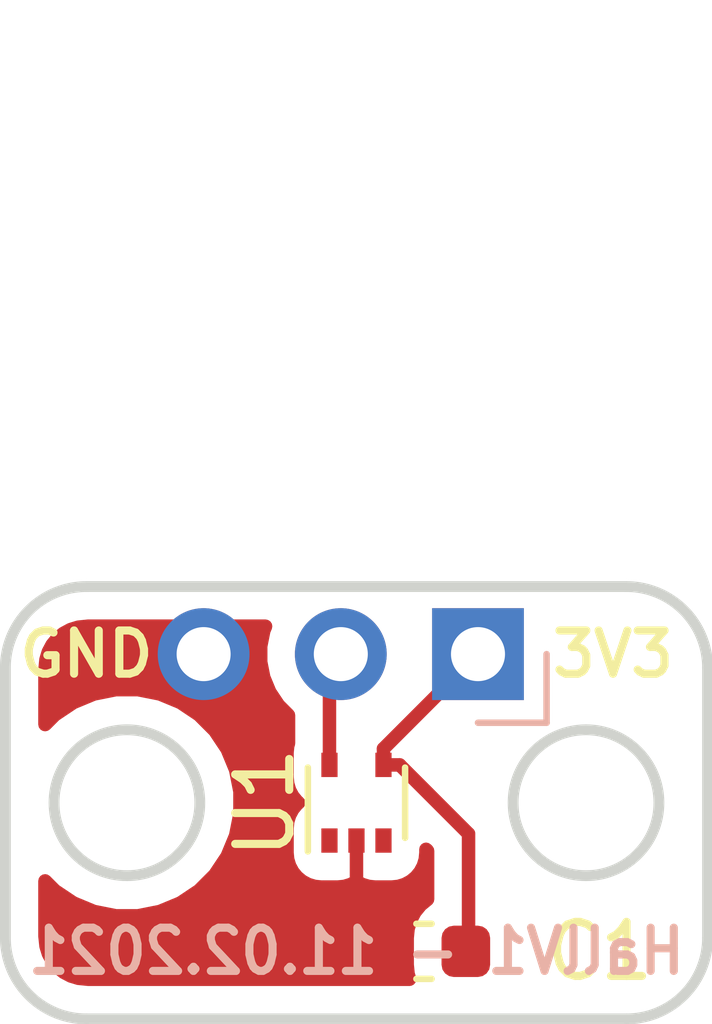
<source format=kicad_pcb>
(kicad_pcb (version 20171130) (host pcbnew "(5.1.8)-1")

  (general
    (thickness 1)
    (drawings 13)
    (tracks 8)
    (zones 0)
    (modules 3)
    (nets 4)
  )

  (page A4)
  (layers
    (0 F.Cu signal)
    (31 B.Cu signal)
    (32 B.Adhes user)
    (33 F.Adhes user)
    (34 B.Paste user)
    (35 F.Paste user)
    (36 B.SilkS user)
    (37 F.SilkS user)
    (38 B.Mask user)
    (39 F.Mask user)
    (40 Dwgs.User user)
    (41 Cmts.User user)
    (42 Eco1.User user)
    (43 Eco2.User user)
    (44 Edge.Cuts user)
    (45 Margin user)
    (46 B.CrtYd user)
    (47 F.CrtYd user)
    (48 B.Fab user)
    (49 F.Fab user)
  )

  (setup
    (last_trace_width 0.25)
    (trace_clearance 0.2)
    (zone_clearance 0.508)
    (zone_45_only no)
    (trace_min 0.2)
    (via_size 0.8)
    (via_drill 0.4)
    (via_min_size 0.4)
    (via_min_drill 0.3)
    (uvia_size 0.3)
    (uvia_drill 0.1)
    (uvias_allowed no)
    (uvia_min_size 0.2)
    (uvia_min_drill 0.1)
    (edge_width 0.05)
    (segment_width 0.2)
    (pcb_text_width 0.3)
    (pcb_text_size 1.5 1.5)
    (mod_edge_width 0.12)
    (mod_text_size 1 1)
    (mod_text_width 0.15)
    (pad_size 1.524 1.524)
    (pad_drill 0.762)
    (pad_to_mask_clearance 0)
    (aux_axis_origin 0 0)
    (grid_origin 97.75 104)
    (visible_elements FFFFFF7F)
    (pcbplotparams
      (layerselection 0x010fc_ffffffff)
      (usegerberextensions false)
      (usegerberattributes true)
      (usegerberadvancedattributes true)
      (creategerberjobfile true)
      (excludeedgelayer true)
      (linewidth 0.100000)
      (plotframeref false)
      (viasonmask false)
      (mode 1)
      (useauxorigin false)
      (hpglpennumber 1)
      (hpglpenspeed 20)
      (hpglpendiameter 15.000000)
      (psnegative false)
      (psa4output false)
      (plotreference true)
      (plotvalue true)
      (plotinvisibletext false)
      (padsonsilk false)
      (subtractmaskfromsilk false)
      (outputformat 1)
      (mirror false)
      (drillshape 0)
      (scaleselection 1)
      (outputdirectory "fab/"))
  )

  (net 0 "")
  (net 1 GND)
  (net 2 +3V3)
  (net 3 "Net-(J1-Pad2)")

  (net_class Default "This is the default net class."
    (clearance 0.2)
    (trace_width 0.25)
    (via_dia 0.8)
    (via_drill 0.4)
    (uvia_dia 0.3)
    (uvia_drill 0.1)
    (add_net +3V3)
    (add_net GND)
    (add_net "Net-(J1-Pad2)")
  )

  (module Capacitor_SMD:C_0603_1608Metric (layer F.Cu) (tedit 5F68FEEE) (tstamp 6024E8AE)
    (at 105.5 102.75 180)
    (descr "Capacitor SMD 0603 (1608 Metric), square (rectangular) end terminal, IPC_7351 nominal, (Body size source: IPC-SM-782 page 76, https://www.pcb-3d.com/wordpress/wp-content/uploads/ipc-sm-782a_amendment_1_and_2.pdf), generated with kicad-footprint-generator")
    (tags capacitor)
    (path /60250818)
    (attr smd)
    (fp_text reference C1 (at -3.25 0) (layer F.SilkS)
      (effects (font (size 1 1) (thickness 0.15)))
    )
    (fp_text value C (at 0 1.43) (layer F.Fab)
      (effects (font (size 1 1) (thickness 0.15)))
    )
    (fp_text user %R (at 0 0) (layer F.Fab)
      (effects (font (size 0.4 0.4) (thickness 0.06)))
    )
    (fp_line (start -0.8 0.4) (end -0.8 -0.4) (layer F.Fab) (width 0.1))
    (fp_line (start -0.8 -0.4) (end 0.8 -0.4) (layer F.Fab) (width 0.1))
    (fp_line (start 0.8 -0.4) (end 0.8 0.4) (layer F.Fab) (width 0.1))
    (fp_line (start 0.8 0.4) (end -0.8 0.4) (layer F.Fab) (width 0.1))
    (fp_line (start -0.14058 -0.51) (end 0.14058 -0.51) (layer F.SilkS) (width 0.12))
    (fp_line (start -0.14058 0.51) (end 0.14058 0.51) (layer F.SilkS) (width 0.12))
    (fp_line (start -1.48 0.73) (end -1.48 -0.73) (layer F.CrtYd) (width 0.05))
    (fp_line (start -1.48 -0.73) (end 1.48 -0.73) (layer F.CrtYd) (width 0.05))
    (fp_line (start 1.48 -0.73) (end 1.48 0.73) (layer F.CrtYd) (width 0.05))
    (fp_line (start 1.48 0.73) (end -1.48 0.73) (layer F.CrtYd) (width 0.05))
    (pad 2 smd roundrect (at 0.775 0 180) (size 0.9 0.95) (layers F.Cu F.Paste F.Mask) (roundrect_rratio 0.25)
      (net 1 GND))
    (pad 1 smd roundrect (at -0.775 0 180) (size 0.9 0.95) (layers F.Cu F.Paste F.Mask) (roundrect_rratio 0.25)
      (net 2 +3V3))
    (model ${KISYS3DMOD}/Capacitor_SMD.3dshapes/C_0603_1608Metric.wrl
      (at (xyz 0 0 0))
      (scale (xyz 1 1 1))
      (rotate (xyz 0 0 0))
    )
  )

  (module Connector_PinHeader_2.54mm:PinHeader_1x03_P2.54mm_Horizontal (layer B.Cu) (tedit 6024EA48) (tstamp 6024F459)
    (at 106.5 97.25 90)
    (descr "Through hole angled pin header, 1x03, 2.54mm pitch, 6mm pin length, single row")
    (tags "Through hole angled pin header THT 1x03 2.54mm single row")
    (path /60251C87)
    (fp_text reference J1 (at 0 2.5 270) (layer B.SilkS) hide
      (effects (font (size 1 1) (thickness 0.15)) (justify mirror))
    )
    (fp_text value Conn_01x03_Female (at 4.385 -7.35 270) (layer B.Fab)
      (effects (font (size 1 1) (thickness 0.15)) (justify mirror))
    )
    (fp_line (start -1.27 0) (end -1.27 1.27) (layer B.SilkS) (width 0.12))
    (fp_line (start -1.27 1.27) (end 0 1.27) (layer B.SilkS) (width 0.12))
    (pad 3 thru_hole oval (at 0 -5.08 90) (size 1.7 1.7) (drill 1) (layers *.Cu *.Mask)
      (net 1 GND))
    (pad 2 thru_hole oval (at 0 -2.54 90) (size 1.7 1.7) (drill 1) (layers *.Cu *.Mask)
      (net 3 "Net-(J1-Pad2)"))
    (pad 1 thru_hole rect (at 0 0 90) (size 1.7 1.7) (drill 1) (layers *.Cu *.Mask)
      (net 2 +3V3))
  )

  (module Package_TO_SOT_SMD:SOT-553 (layer F.Cu) (tedit 5A02FF57) (tstamp 6024E8DD)
    (at 104.25 100 90)
    (descr SOT553)
    (tags SOT-553)
    (path /6024E773)
    (attr smd)
    (fp_text reference U1 (at 0 -1.7 90) (layer F.SilkS)
      (effects (font (size 1 1) (thickness 0.15)))
    )
    (fp_text value AH1806-Z (at 0 1.75 90) (layer F.Fab)
      (effects (font (size 1 1) (thickness 0.15)))
    )
    (fp_text user %R (at 0 0 270) (layer F.Fab)
      (effects (font (size 0.4 0.4) (thickness 0.0625)))
    )
    (fp_line (start -0.65 -0.5) (end -0.3 -0.85) (layer F.Fab) (width 0.1))
    (fp_line (start 0.65 0.9) (end -0.65 0.9) (layer F.SilkS) (width 0.12))
    (fp_line (start -0.9 -0.9) (end 0.65 -0.9) (layer F.SilkS) (width 0.12))
    (fp_line (start -0.65 -0.5) (end -0.65 0.85) (layer F.Fab) (width 0.1))
    (fp_line (start -0.65 0.85) (end 0.65 0.85) (layer F.Fab) (width 0.1))
    (fp_line (start 0.65 0.85) (end 0.65 -0.85) (layer F.Fab) (width 0.1))
    (fp_line (start 0.65 -0.85) (end -0.3 -0.85) (layer F.Fab) (width 0.1))
    (fp_line (start -1.18 -1.1) (end 1.18 -1.1) (layer F.CrtYd) (width 0.05))
    (fp_line (start -1.18 -1.1) (end -1.18 1.1) (layer F.CrtYd) (width 0.05))
    (fp_line (start 1.18 1.1) (end 1.18 -1.1) (layer F.CrtYd) (width 0.05))
    (fp_line (start 1.18 1.1) (end -1.18 1.1) (layer F.CrtYd) (width 0.05))
    (pad 4 smd rect (at 0.7 0.5 90) (size 0.45 0.3) (layers F.Cu F.Paste F.Mask)
      (net 2 +3V3))
    (pad 2 smd rect (at -0.7 0 90) (size 0.45 0.3) (layers F.Cu F.Paste F.Mask)
      (net 1 GND))
    (pad 5 smd rect (at 0.7 -0.5 90) (size 0.45 0.3) (layers F.Cu F.Paste F.Mask)
      (net 3 "Net-(J1-Pad2)"))
    (pad 3 smd rect (at -0.7 0.5 90) (size 0.45 0.3) (layers F.Cu F.Paste F.Mask))
    (pad 1 smd rect (at -0.7 -0.5 90) (size 0.45 0.3) (layers F.Cu F.Paste F.Mask))
    (model ${KISYS3DMOD}/Package_TO_SOT_SMD.3dshapes/SOT-553.wrl
      (at (xyz 0 0 0))
      (scale (xyz 1 1 1))
      (rotate (xyz 0 0 0))
    )
  )

  (gr_text "HallV1 - 11.02.2021\n" (at 104.25 102.75) (layer B.SilkS) (tstamp 60254DB6)
    (effects (font (size 0.8 0.75) (thickness 0.15)) (justify mirror))
  )
  (gr_text "3V3\n" (at 109 97.25) (layer F.SilkS) (tstamp 60254DB6)
    (effects (font (size 0.8 0.8) (thickness 0.15)))
  )
  (gr_text GND (at 99.25 97.25) (layer F.SilkS)
    (effects (font (size 0.8 0.8) (thickness 0.15)))
  )
  (gr_arc (start 99.250001 102.499999) (end 97.75 102.499999) (angle -90) (layer Edge.Cuts) (width 0.2))
  (gr_arc (start 99.25 97.500001) (end 99.250001 96.000001) (angle -90) (layer Edge.Cuts) (width 0.2))
  (gr_line (start 99.250001 104) (end 109.249999 104) (layer Edge.Cuts) (width 0.2))
  (gr_line (start 97.75 97.500001) (end 97.75 102.499999) (layer Edge.Cuts) (width 0.2))
  (gr_line (start 109.249999 96.000001) (end 99.250001 96.000001) (layer Edge.Cuts) (width 0.2))
  (gr_arc (start 109.249999 102.5) (end 109.249999 104) (angle -90) (layer Edge.Cuts) (width 0.2))
  (gr_line (start 110.75 102.5) (end 110.75 97.500001) (layer Edge.Cuts) (width 0.2))
  (gr_circle (center 108.5 100) (end 109.85 100) (layer Edge.Cuts) (width 0.2))
  (gr_arc (start 109.249999 97.500001) (end 110.75 97.500001) (angle -90) (layer Edge.Cuts) (width 0.2))
  (gr_circle (center 100 100) (end 101.35 100) (layer Edge.Cuts) (width 0.2))

  (segment (start 104.25 100.7) (end 104.25 101.75) (width 0.25) (layer F.Cu) (net 1))
  (segment (start 104.75 99) (end 106.5 97.25) (width 0.25) (layer F.Cu) (net 2))
  (segment (start 104.75 99.3) (end 104.75 99) (width 0.25) (layer F.Cu) (net 2))
  (segment (start 104.75 99.3) (end 105.05 99.3) (width 0.25) (layer F.Cu) (net 2))
  (segment (start 106.325 100.575) (end 106.325 102.75) (width 0.25) (layer F.Cu) (net 2))
  (segment (start 105.05 99.3) (end 106.325 100.575) (width 0.25) (layer F.Cu) (net 2))
  (segment (start 103.75 97.46) (end 103.96 97.25) (width 0.25) (layer F.Cu) (net 3))
  (segment (start 103.75 99.3) (end 103.75 97.46) (width 0.25) (layer F.Cu) (net 3))

  (zone (net 1) (net_name GND) (layer F.Cu) (tstamp 60254FB9) (hatch edge 0.508)
    (connect_pads yes (clearance 0.508))
    (min_thickness 0.254)
    (fill yes (arc_segments 32) (thermal_gap 0.508) (thermal_bridge_width 0.508))
    (polygon
      (pts
        (xy 110.75 104) (xy 97.75 104) (xy 97.75 96) (xy 110.75 96)
      )
    )
    (filled_polygon
      (pts
        (xy 102.532068 96.816842) (xy 102.475 97.10374) (xy 102.475 97.39626) (xy 102.532068 97.683158) (xy 102.64401 97.953411)
        (xy 102.806525 98.196632) (xy 102.99 98.380107) (xy 102.99 98.898392) (xy 102.974188 98.950518) (xy 102.961928 99.075)
        (xy 102.961928 99.525) (xy 102.974188 99.649482) (xy 103.010498 99.76918) (xy 103.069463 99.879494) (xy 103.148815 99.976185)
        (xy 103.177834 100) (xy 103.148815 100.023815) (xy 103.069463 100.120506) (xy 103.010498 100.23082) (xy 102.974188 100.350518)
        (xy 102.961928 100.475) (xy 102.961928 100.925) (xy 102.974188 101.049482) (xy 103.010498 101.16918) (xy 103.069463 101.279494)
        (xy 103.148815 101.376185) (xy 103.245506 101.455537) (xy 103.35582 101.514502) (xy 103.475518 101.550812) (xy 103.6 101.563072)
        (xy 103.9 101.563072) (xy 104.024482 101.550812) (xy 104.14418 101.514502) (xy 104.25 101.457939) (xy 104.35582 101.514502)
        (xy 104.475518 101.550812) (xy 104.6 101.563072) (xy 104.9 101.563072) (xy 105.024482 101.550812) (xy 105.14418 101.514502)
        (xy 105.254494 101.455537) (xy 105.351185 101.376185) (xy 105.430537 101.279494) (xy 105.489502 101.16918) (xy 105.525812 101.049482)
        (xy 105.538072 100.925) (xy 105.538072 100.862874) (xy 105.565 100.889802) (xy 105.565001 101.786898) (xy 105.439716 101.889716)
        (xy 105.332382 102.020503) (xy 105.252625 102.169717) (xy 105.203512 102.331623) (xy 105.186928 102.5) (xy 105.186928 103)
        (xy 105.203512 103.168377) (xy 105.232822 103.265) (xy 99.285946 103.265) (xy 99.102099 103.246974) (xy 98.959824 103.204018)
        (xy 98.828606 103.134249) (xy 98.713439 103.040321) (xy 98.618708 102.92581) (xy 98.548024 102.795084) (xy 98.504078 102.653116)
        (xy 98.485 102.471598) (xy 98.485 101.447585) (xy 98.664602 101.627187) (xy 99.00771 101.856444) (xy 99.388951 102.014359)
        (xy 99.793674 102.094864) (xy 100.206326 102.094864) (xy 100.611049 102.014359) (xy 100.99229 101.856444) (xy 101.335398 101.627187)
        (xy 101.627187 101.335398) (xy 101.856444 100.99229) (xy 102.014359 100.611049) (xy 102.094864 100.206326) (xy 102.094864 99.793674)
        (xy 102.014359 99.388951) (xy 101.856444 99.00771) (xy 101.627187 98.664602) (xy 101.335398 98.372813) (xy 100.99229 98.143556)
        (xy 100.611049 97.985641) (xy 100.206326 97.905136) (xy 99.793674 97.905136) (xy 99.388951 97.985641) (xy 99.00771 98.143556)
        (xy 98.664602 98.372813) (xy 98.485 98.552415) (xy 98.485 97.535945) (xy 98.503027 97.352094) (xy 98.545979 97.209829)
        (xy 98.615752 97.078607) (xy 98.709681 96.963438) (xy 98.824188 96.86871) (xy 98.954917 96.798025) (xy 99.096884 96.754079)
        (xy 99.278402 96.735001) (xy 102.565968 96.735001)
      )
    )
  )
)

</source>
